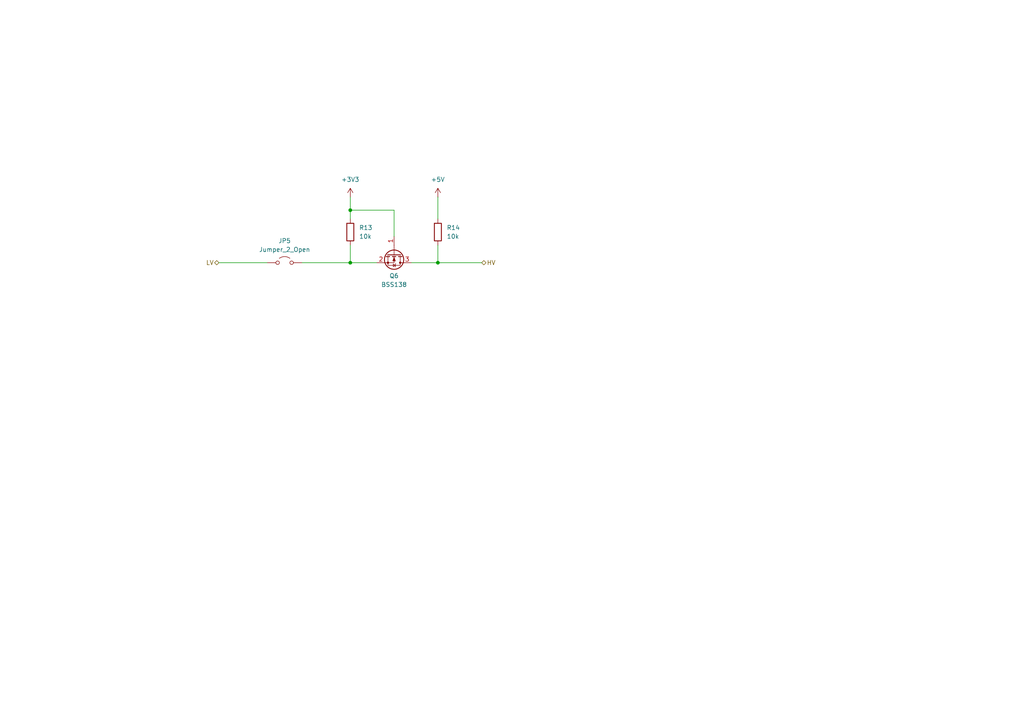
<source format=kicad_sch>
(kicad_sch (version 20250114) (generator "eeschema") (generator_version "9.0")
  (paper "A4")
  (lib_symbols
    (symbol "Device:R" (pin_numbers (hide yes)) (pin_names (offset 0))
      (property "Reference" "R" (at 2.032 0 90))
      (property "Value" "R" (at 0 0 90))
      (symbol "R_0_1"
        (rectangle (start -1.016 -2.54) (end 1.016 2.54) (stroke (width 0.254)))
      )
      (symbol "R_1_1"
        (pin passive line (at 0 3.81 270) (length 1.27) (name "~") (number "1"))
        (pin passive line (at 0 -3.81 90) (length 1.27) (name "~") (number "2"))
      )
    )
    (symbol "Jumper:Jumper_2_Open" (pin_numbers (hide yes)) (pin_names (offset 0) (hide yes)) (exclude_from_sim yes)
      (property "Reference" "JP" (at 0 2.794 0))
      (property "Value" "Jumper_2_Open" (at 0 -2.286 0))
      (symbol "Jumper_2_Open_0_0"
        (circle (center -2.032 0) (radius 0.508))
        (circle (center 2.032 0) (radius 0.508))
      )
      (symbol "Jumper_2_Open_0_1"
        (arc (start -1.524 1.27) (mid 0 1.778) (end 1.524 1.27))
      )
      (symbol "Jumper_2_Open_1_1"
        (pin passive line (at -5.08 0 0) (length 2.54) (name "A") (number "1"))
        (pin passive line (at 5.08 0 180) (length 2.54) (name "B") (number "2"))
      )
    )
    (symbol "Transistor_FET:BSS138" (pin_names (hide yes))
      (property "Reference" "Q" (at 5.08 1.905 0))
      (property "Value" "BSS138" (at 5.08 0 0))
      (symbol "BSS138_0_1"
        (polyline (pts (xy 0.254 1.905) (xy 0.254 -1.905)) (stroke (width 0.254)))
        (polyline (pts (xy 0.254 0) (xy -2.54 0)))
        (polyline (pts (xy 0.762 2.286) (xy 0.762 1.27)) (stroke (width 0.254)))
        (polyline (pts (xy 0.762 0.508) (xy 0.762 -0.508)) (stroke (width 0.254)))
        (polyline (pts (xy 0.762 -1.27) (xy 0.762 -2.286)) (stroke (width 0.254)))
        (polyline (pts (xy 0.762 -1.778) (xy 3.302 -1.778) (xy 3.302 1.778) (xy 0.762 1.778)))
        (polyline (pts (xy 1.016 0) (xy 2.032 0.381) (xy 2.032 -0.381) (xy 1.016 0)) (fill (type outline)))
        (circle (center 1.651 0) (radius 2.794) (stroke (width 0.254)))
        (polyline (pts (xy 2.54 2.54) (xy 2.54 1.778)))
        (circle (center 2.54 1.778) (radius 0.254) (fill (type outline)))
        (circle (center 2.54 -1.778) (radius 0.254) (fill (type outline)))
        (polyline (pts (xy 2.54 -2.54) (xy 2.54 0) (xy 0.762 0)))
        (polyline (pts (xy 2.794 0.508) (xy 2.921 0.381) (xy 3.683 0.381) (xy 3.81 0.254)))
        (polyline (pts (xy 3.302 0.381) (xy 2.921 -0.254) (xy 3.683 -0.254) (xy 3.302 0.381)))
      )
      (symbol "BSS138_1_1"
        (pin input line (at -5.08 0 0) (length 2.54) (name "G") (number "1"))
        (pin passive line (at 2.54 5.08 270) (length 2.54) (name "D") (number "3"))
        (pin passive line (at 2.54 -5.08 90) (length 2.54) (name "S") (number "2"))
      )
    )
    (symbol "power:+3V3" (power) (pin_numbers (hide yes)) (pin_names (offset 0) (hide yes))
      (property "Value" "+3V3" (at 0 3.556 0))
      (symbol "+3V3_0_1"
        (polyline (pts (xy -0.762 1.27) (xy 0 2.54)))
        (polyline (pts (xy 0 2.54) (xy 0.762 1.27)))
        (polyline (pts (xy 0 0) (xy 0 2.54)))
      )
      (symbol "+3V3_1_1"
        (pin power_in line (at 0 0 90) (length 0) (name "~") (number "1"))
      )
    )
    (symbol "power:+5V" (power) (pin_numbers (hide yes)) (pin_names (offset 0) (hide yes))
      (property "Value" "+5V" (at 0 3.556 0))
      (symbol "+5V_0_1"
        (polyline (pts (xy -0.762 1.27) (xy 0 2.54)))
        (polyline (pts (xy 0 2.54) (xy 0.762 1.27)))
        (polyline (pts (xy 0 0) (xy 0 2.54)))
      )
      (symbol "+5V_1_1"
        (pin power_in line (at 0 0 90) (length 0) (name "~") (number "1"))
      )
    )
  )
  (junction (at 101.6 60.96))
  (junction (at 127 76.2))
  (junction (at 101.6 76.2))
  (wire (pts (xy 101.6 60.96) (xy 101.6 63.5)))
  (wire (pts (xy 63.5 76.2) (xy 77.47 76.2)))
  (wire (pts (xy 114.3 60.96) (xy 101.6 60.96)))
  (wire (pts (xy 101.6 57.15) (xy 101.6 60.96)))
  (wire (pts (xy 127 76.2) (xy 139.7 76.2)))
  (wire (pts (xy 114.3 68.58) (xy 114.3 60.96)))
  (wire (pts (xy 127 57.15) (xy 127 63.5)))
  (wire (pts (xy 119.38 76.2) (xy 127 76.2)))
  (wire (pts (xy 101.6 76.2) (xy 109.22 76.2)))
  (wire (pts (xy 87.63 76.2) (xy 101.6 76.2)))
  (wire (pts (xy 127 71.12) (xy 127 76.2)))
  (wire (pts (xy 101.6 71.12) (xy 101.6 76.2)))
  (hierarchical_label "LV" (shape bidirectional) (at 63.5 76.2 180))
  (hierarchical_label "HV" (shape bidirectional) (at 139.7 76.2 0))
  (symbol (lib_id "Device:R") (at 101.6 67.31 0) (unit 1)
    (property "Reference" "R5" (at 104.14 66.0399 0) (effects (justify left)))
    (property "Value" "10k" (at 104.14 68.5799 0) (effects (justify left)))
    (property "Footprint" "Resistor_SMD:R_0805_2012Metric_Pad1.20x1.40mm_HandSolder" (effects (hide yes)))
    (property "Description" "Resistor" (effects (hide yes)))
    (instances (project "pico-plc" (path "" (reference "R13") (unit 1)) (path "" (reference "R15") (unit 1)) (path "" (reference "R11") (unit 1)) (path "" (reference "R5") (unit 1)) (path "" (reference "R9") (unit 1)) (path "" (reference "R7") (unit 1))))
  )
  (symbol (lib_id "power:+5V") (at 127 57.15 0) (unit 1)
    (property "Reference" "#PWR047" (effects (hide yes)))
    (property "Value" "+5V" (at 127 52.07 0))
    (property "Description" "Power symbol creates a global label with name \"+5V\"" (effects (hide yes)))
    (instances (project "pico-plc" (path "" (reference "#PWR063") (unit 1)) (path "" (reference "#PWR067") (unit 1)) (path "" (reference "#PWR059") (unit 1)) (path "" (reference "#PWR047") (unit 1)) (path "" (reference "#PWR055") (unit 1)) (path "" (reference "#PWR051") (unit 1))))
  )
  (symbol (lib_id "Device:R") (at 127 67.31 0) (unit 1)
    (property "Reference" "R6" (at 129.54 66.0399 0) (effects (justify left)))
    (property "Value" "10k" (at 129.54 68.5799 0) (effects (justify left)))
    (property "Footprint" "Resistor_SMD:R_0805_2012Metric_Pad1.20x1.40mm_HandSolder" (effects (hide yes)))
    (property "Description" "Resistor" (effects (hide yes)))
    (instances (project "pico-plc" (path "" (reference "R14") (unit 1)) (path "" (reference "R16") (unit 1)) (path "" (reference "R12") (unit 1)) (path "" (reference "R6") (unit 1)) (path "" (reference "R10") (unit 1)) (path "" (reference "R8") (unit 1))))
  )
  (symbol (lib_id "Transistor_FET:BSS138") (at 114.3 73.66 270) (unit 1)
    (property "Reference" "Q2" (at 114.3 80.01 90))
    (property "Value" "BSS138" (at 114.3 82.55 90))
    (property "Footprint" "Package_TO_SOT_SMD:SOT-23" (effects (hide yes)))
    (property "Datasheet" "https://www.onsemi.com/pub/Collateral/BSS138-D.PDF" (effects (hide yes)))
    (property "Description" "50V Vds, 0.22A Id, N-Channel MOSFET, SOT-23" (effects (hide yes)))
    (instances (project "pico-plc" (path "" (reference "Q6") (unit 1)) (path "" (reference "Q7") (unit 1)) (path "" (reference "Q5") (unit 1)) (path "" (reference "Q2") (unit 1)) (path "" (reference "Q4") (unit 1)) (path "" (reference "Q3") (unit 1))))
  )
  (symbol (lib_id "power:+3V3") (at 101.6 57.15 0) (unit 1)
    (property "Reference" "#PWR045" (effects (hide yes)))
    (property "Value" "+3V3" (at 101.6 52.07 0))
    (property "Description" "Power symbol creates a global label with name \"+3V3\"" (effects (hide yes)))
    (instances (project "pico-plc" (path "" (reference "#PWR061") (unit 1)) (path "" (reference "#PWR065") (unit 1)) (path "" (reference "#PWR057") (unit 1)) (path "" (reference "#PWR045") (unit 1)) (path "" (reference "#PWR053") (unit 1)) (path "" (reference "#PWR049") (unit 1))))
  )
  (symbol (lib_id "Jumper:Jumper_2_Open") (at 82.55 76.2 0) (unit 1) (exclude_from_sim yes)
    (property "Reference" "JP1" (at 82.55 69.85 0))
    (property "Value" "Jumper_2_Open" (at 82.55 72.39 0))
    (property "Footprint" "TestPoint:TestPoint_2Pads_Pitch2.54mm_Drill0.8mm" (effects (hide yes)))
    (property "Description" "Jumper, 2-pole, open" (effects (hide yes)))
    (instances (project "" (path "" (reference "JP5") (unit 1)) (path "" (reference "JP6") (unit 1)) (path "" (reference "JP4") (unit 1)) (path "" (reference "JP1") (unit 1)) (path "" (reference "JP3") (unit 1)) (path "" (reference "JP2") (unit 1))))
  )
)
</source>
